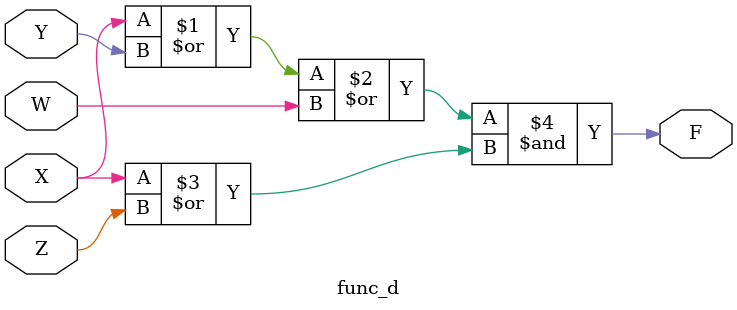
<source format=v>

module func_d (
  input X, Y, W, Z,
  output F
);

  assign F = (X | Y | W) & (X | Z);

endmodule
</source>
